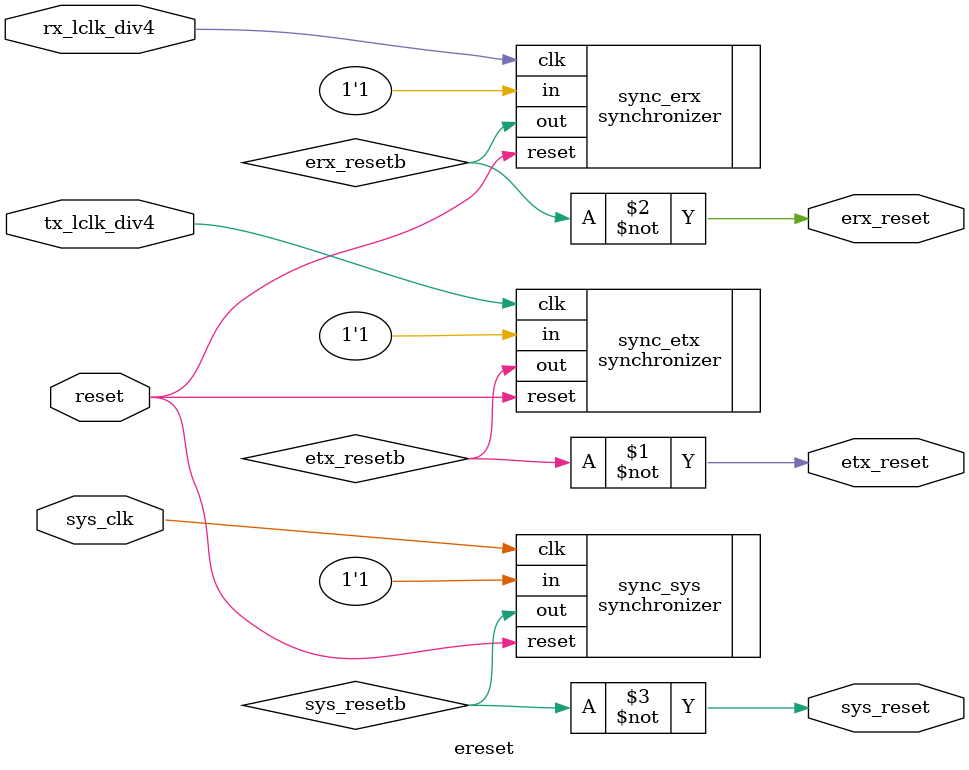
<source format=v>
module ereset (/*AUTOARG*/
   // Outputs
   etx_reset, erx_reset, sys_reset,
   // Inputs
   reset, sys_clk, tx_lclk_div4, rx_lclk_div4
   );

   // reset inputs
   input   reset;           // POR | ~elink_en (with appropriate delays..)
   
   //synchronization clocks
   input   sys_clk;        // system clock
   input   tx_lclk_div4;   // slow clock for TX
   input   rx_lclk_div4;   // slow clock for RX

   //synchronous reset outputs
   output  etx_reset;      // reset for TX slow logic
   output  erx_reset;      // reset for RX slow logic
   output  sys_reset;     // reset for system FIFOs

   wire    erx_resetb;
   wire    etx_resetb;
   wire    sys_resetb;
   
   
   //erx reset synchronizer
   synchronizer sync_erx (.out	 (erx_resetb),
			  .in	 (1'b1),
			  .clk	 (rx_lclk_div4),
			  .reset (reset)
			  );

   //etx reset synchronizer
   synchronizer sync_etx (.out	 (etx_resetb),
			  .in	 (1'b1),
			  .clk	 (tx_lclk_div4),
			  .reset (reset)
			  );

   //system reset synchronizer
    synchronizer sync_sys (.out	 (sys_resetb),
			  .in	 (1'b1),
			  .clk	 (sys_clk),
			  .reset (reset)
			   );

   assign etx_reset =~etx_resetb;
   assign erx_reset =~erx_resetb;
   assign sys_reset =~sys_resetb;
   
endmodule // ereset
// Local Variables:
// verilog-library-directories:("." "../../common/hdl/")
// End:
/*
 Copyright (C) 2015 Adapteva, Inc.
 
 Contributed by Andreas Olofsson <andreas@adapteva.com>

 This program is free software: you can redistribute it and/or modify
 it under the terms of the GNU General Public License as published by
 the Free Software Foundation, either version 3 of the License, or
 (at your option) any later version.This program is distributed in the hope 
 that it will be useful,but WITHOUT ANY WARRANTY; without even the implied 
 warranty of MERCHANTABILITY or FITNESS FOR A PARTICULAR PURPOSE.  See the
 GNU General Public License for more details. You should have received a copy 
 of the GNU General Public License along with this program (see the file 
 COPYING).  If not, see <http://www.gnu.org/licenses/>.
 */


</source>
